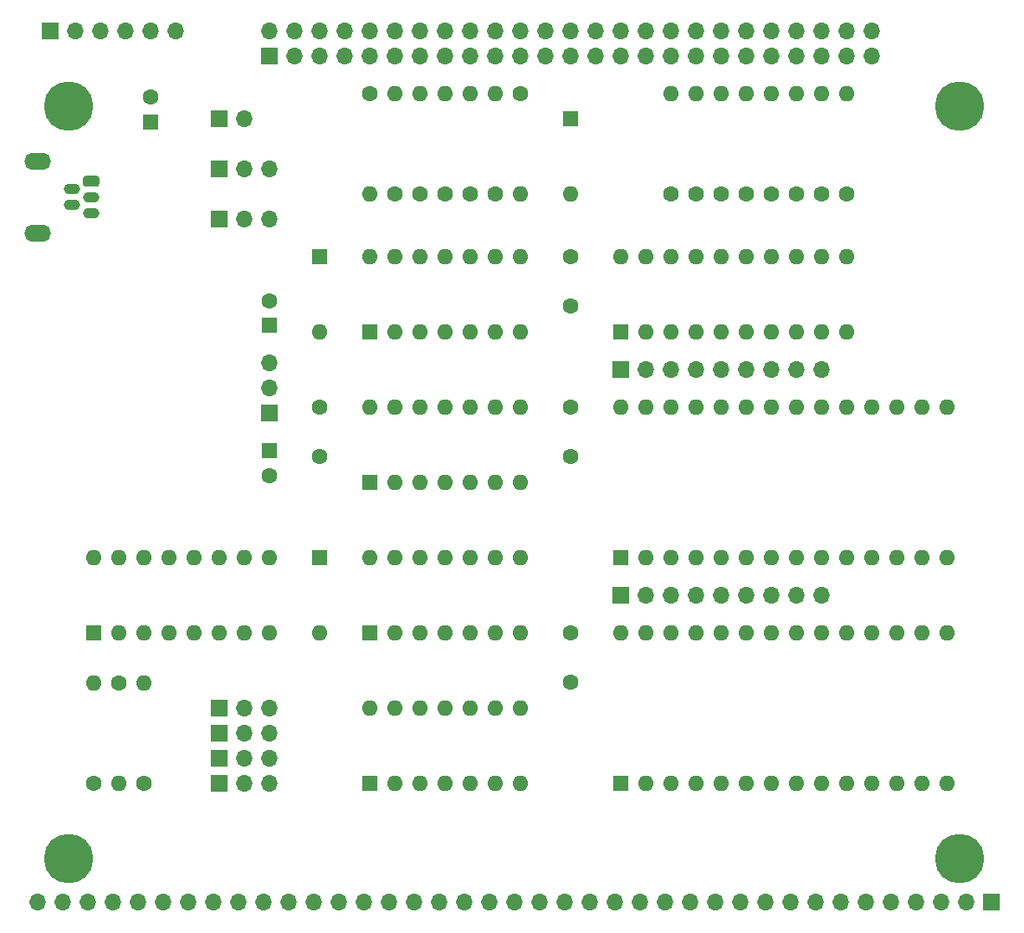
<source format=gbs>
G04 #@! TF.GenerationSoftware,KiCad,Pcbnew,(5.1.12)-1*
G04 #@! TF.CreationDate,2021-12-10T02:29:56-05:00*
G04 #@! TF.ProjectId,1802-Mini-Super-Elf-Bus,31383032-2d4d-4696-9e69-2d5375706572,rev?*
G04 #@! TF.SameCoordinates,Original*
G04 #@! TF.FileFunction,Soldermask,Bot*
G04 #@! TF.FilePolarity,Negative*
%FSLAX46Y46*%
G04 Gerber Fmt 4.6, Leading zero omitted, Abs format (unit mm)*
G04 Created by KiCad (PCBNEW (5.1.12)-1) date 2021-12-10 02:29:56*
%MOMM*%
%LPD*%
G01*
G04 APERTURE LIST*
%ADD10O,1.650000X1.100000*%
%ADD11O,2.700000X1.700000*%
%ADD12O,1.600000X1.600000*%
%ADD13R,1.600000X1.600000*%
%ADD14O,1.700000X1.700000*%
%ADD15R,1.700000X1.700000*%
%ADD16C,1.600000*%
%ADD17C,5.000000*%
G04 APERTURE END LIST*
G36*
G01*
X106205000Y-73300000D02*
X106205000Y-72750000D01*
G75*
G02*
X106480000Y-72475000I275000J0D01*
G01*
X107580000Y-72475000D01*
G75*
G02*
X107855000Y-72750000I0J-275000D01*
G01*
X107855000Y-73300000D01*
G75*
G02*
X107580000Y-73575000I-275000J0D01*
G01*
X106480000Y-73575000D01*
G75*
G02*
X106205000Y-73300000I0J275000D01*
G01*
G37*
D10*
X105130000Y-73825000D03*
X107030000Y-74625000D03*
X105130000Y-75425000D03*
X107030000Y-76225000D03*
D11*
X101630000Y-70975000D03*
X101630000Y-78275000D03*
D12*
X135255000Y-126365000D03*
X150495000Y-133985000D03*
X137795000Y-126365000D03*
X147955000Y-133985000D03*
X140335000Y-126365000D03*
X145415000Y-133985000D03*
X142875000Y-126365000D03*
X142875000Y-133985000D03*
X145415000Y-126365000D03*
X140335000Y-133985000D03*
X147955000Y-126365000D03*
X137795000Y-133985000D03*
X150495000Y-126365000D03*
D13*
X135255000Y-133985000D03*
D12*
X135255000Y-95885000D03*
X150495000Y-103505000D03*
X137795000Y-95885000D03*
X147955000Y-103505000D03*
X140335000Y-95885000D03*
X145415000Y-103505000D03*
X142875000Y-95885000D03*
X142875000Y-103505000D03*
X145415000Y-95885000D03*
X140335000Y-103505000D03*
X147955000Y-95885000D03*
X137795000Y-103505000D03*
X150495000Y-95885000D03*
D13*
X135255000Y-103505000D03*
D14*
X186055000Y-57785000D03*
X186055000Y-60325000D03*
X183515000Y-57785000D03*
X183515000Y-60325000D03*
X180975000Y-57785000D03*
X180975000Y-60325000D03*
X178435000Y-57785000D03*
X178435000Y-60325000D03*
X175895000Y-57785000D03*
X175895000Y-60325000D03*
X173355000Y-57785000D03*
X173355000Y-60325000D03*
X170815000Y-57785000D03*
X170815000Y-60325000D03*
X168275000Y-57785000D03*
X168275000Y-60325000D03*
X165735000Y-57785000D03*
X165735000Y-60325000D03*
X163195000Y-57785000D03*
X163195000Y-60325000D03*
X160655000Y-57785000D03*
X160655000Y-60325000D03*
X158115000Y-57785000D03*
X158115000Y-60325000D03*
X155575000Y-57785000D03*
X155575000Y-60325000D03*
X153035000Y-57785000D03*
X153035000Y-60325000D03*
X150495000Y-57785000D03*
X150495000Y-60325000D03*
X147955000Y-57785000D03*
X147955000Y-60325000D03*
X145415000Y-57785000D03*
X145415000Y-60325000D03*
X142875000Y-57785000D03*
X142875000Y-60325000D03*
X140335000Y-57785000D03*
X140335000Y-60325000D03*
X137795000Y-57785000D03*
X137795000Y-60325000D03*
X135255000Y-57785000D03*
X135255000Y-60325000D03*
X132715000Y-57785000D03*
X132715000Y-60325000D03*
X130175000Y-57785000D03*
X130175000Y-60325000D03*
X127635000Y-57785000D03*
X127635000Y-60325000D03*
X125095000Y-57785000D03*
D15*
X125095000Y-60325000D03*
D14*
X125095000Y-91440000D03*
X125095000Y-93980000D03*
D15*
X125095000Y-96520000D03*
D12*
X107315000Y-111125000D03*
X125095000Y-118745000D03*
X109855000Y-111125000D03*
X122555000Y-118745000D03*
X112395000Y-111125000D03*
X120015000Y-118745000D03*
X114935000Y-111125000D03*
X117475000Y-118745000D03*
X117475000Y-111125000D03*
X114935000Y-118745000D03*
X120015000Y-111125000D03*
X112395000Y-118745000D03*
X122555000Y-111125000D03*
X109855000Y-118745000D03*
X125095000Y-111125000D03*
D13*
X107315000Y-118745000D03*
X160655000Y-111125000D03*
D12*
X193675000Y-95885000D03*
X163195000Y-111125000D03*
X191135000Y-95885000D03*
X165735000Y-111125000D03*
X188595000Y-95885000D03*
X168275000Y-111125000D03*
X186055000Y-95885000D03*
X170815000Y-111125000D03*
X183515000Y-95885000D03*
X173355000Y-111125000D03*
X180975000Y-95885000D03*
X175895000Y-111125000D03*
X178435000Y-95885000D03*
X178435000Y-111125000D03*
X175895000Y-95885000D03*
X180975000Y-111125000D03*
X173355000Y-95885000D03*
X183515000Y-111125000D03*
X170815000Y-95885000D03*
X186055000Y-111125000D03*
X168275000Y-95885000D03*
X188595000Y-111125000D03*
X165735000Y-95885000D03*
X191135000Y-111125000D03*
X163195000Y-95885000D03*
X193675000Y-111125000D03*
X160655000Y-95885000D03*
X135255000Y-80645000D03*
X150495000Y-88265000D03*
X137795000Y-80645000D03*
X147955000Y-88265000D03*
X140335000Y-80645000D03*
X145415000Y-88265000D03*
X142875000Y-80645000D03*
X142875000Y-88265000D03*
X145415000Y-80645000D03*
X140335000Y-88265000D03*
X147955000Y-80645000D03*
X137795000Y-88265000D03*
X150495000Y-80645000D03*
D13*
X135255000Y-88265000D03*
D14*
X125095000Y-76835000D03*
X122555000Y-76835000D03*
D15*
X120015000Y-76835000D03*
X120015000Y-71755000D03*
D14*
X122555000Y-71755000D03*
X125095000Y-71755000D03*
D16*
X113030000Y-64492500D03*
D13*
X113030000Y-66992500D03*
D15*
X102870000Y-57785000D03*
D14*
X105410000Y-57785000D03*
X107950000Y-57785000D03*
X110490000Y-57785000D03*
X113030000Y-57785000D03*
X115570000Y-57785000D03*
X122555000Y-66675000D03*
D15*
X120015000Y-66675000D03*
D12*
X142875000Y-64135000D03*
D16*
X142875000Y-74295000D03*
D12*
X145415000Y-64135000D03*
D16*
X145415000Y-74295000D03*
D12*
X147955000Y-64135000D03*
D16*
X147955000Y-74295000D03*
D12*
X137795000Y-64135000D03*
D16*
X137795000Y-74295000D03*
D12*
X140335000Y-64135000D03*
D16*
X140335000Y-74295000D03*
D12*
X160655000Y-80645000D03*
X183515000Y-88265000D03*
X163195000Y-80645000D03*
X180975000Y-88265000D03*
X165735000Y-80645000D03*
X178435000Y-88265000D03*
X168275000Y-80645000D03*
X175895000Y-88265000D03*
X170815000Y-80645000D03*
X173355000Y-88265000D03*
X173355000Y-80645000D03*
X170815000Y-88265000D03*
X175895000Y-80645000D03*
X168275000Y-88265000D03*
X178435000Y-80645000D03*
X165735000Y-88265000D03*
X180975000Y-80645000D03*
X163195000Y-88265000D03*
X183515000Y-80645000D03*
D13*
X160655000Y-88265000D03*
X135255000Y-118745000D03*
D12*
X150495000Y-111125000D03*
X137795000Y-118745000D03*
X147955000Y-111125000D03*
X140335000Y-118745000D03*
X145415000Y-111125000D03*
X142875000Y-118745000D03*
X142875000Y-111125000D03*
X145415000Y-118745000D03*
X140335000Y-111125000D03*
X147955000Y-118745000D03*
X137795000Y-111125000D03*
X150495000Y-118745000D03*
X135255000Y-111125000D03*
X112395000Y-123825000D03*
D16*
X112395000Y-133985000D03*
D12*
X107315000Y-123825000D03*
D16*
X107315000Y-133985000D03*
D12*
X109855000Y-133985000D03*
D16*
X109855000Y-123825000D03*
D12*
X168275000Y-64135000D03*
D16*
X168275000Y-74295000D03*
D12*
X173355000Y-64135000D03*
D16*
X173355000Y-74295000D03*
D12*
X178435000Y-64135000D03*
D16*
X178435000Y-74295000D03*
D12*
X183515000Y-64135000D03*
D16*
X183515000Y-74295000D03*
D12*
X165735000Y-64135000D03*
D16*
X165735000Y-74295000D03*
D12*
X170815000Y-64135000D03*
D16*
X170815000Y-74295000D03*
D12*
X175895000Y-64135000D03*
D16*
X175895000Y-74295000D03*
D12*
X180975000Y-64135000D03*
D16*
X180975000Y-74295000D03*
D12*
X135255000Y-74295000D03*
D16*
X135255000Y-64135000D03*
D12*
X150495000Y-74295000D03*
D16*
X150495000Y-64135000D03*
D14*
X125095000Y-133985000D03*
X122555000Y-133985000D03*
D15*
X120015000Y-133985000D03*
D14*
X125095000Y-131445000D03*
X122555000Y-131445000D03*
D15*
X120015000Y-131445000D03*
X120015000Y-126365000D03*
D14*
X122555000Y-126365000D03*
X125095000Y-126365000D03*
X125095000Y-128905000D03*
X122555000Y-128905000D03*
D15*
X120015000Y-128905000D03*
D14*
X180975000Y-92075000D03*
X178435000Y-92075000D03*
X175895000Y-92075000D03*
X173355000Y-92075000D03*
X170815000Y-92075000D03*
X168275000Y-92075000D03*
X165735000Y-92075000D03*
X163195000Y-92075000D03*
D15*
X160655000Y-92075000D03*
D14*
X180975000Y-114935000D03*
X178435000Y-114935000D03*
X175895000Y-114935000D03*
X173355000Y-114935000D03*
X170815000Y-114935000D03*
X168275000Y-114935000D03*
X165735000Y-114935000D03*
X163195000Y-114935000D03*
D15*
X160655000Y-114935000D03*
D14*
X101600000Y-146050000D03*
X104140000Y-146050000D03*
X106680000Y-146050000D03*
X109220000Y-146050000D03*
X111760000Y-146050000D03*
X114300000Y-146050000D03*
X116840000Y-146050000D03*
X119380000Y-146050000D03*
X121920000Y-146050000D03*
X124460000Y-146050000D03*
X127000000Y-146050000D03*
X129540000Y-146050000D03*
X132080000Y-146050000D03*
X134620000Y-146050000D03*
X137160000Y-146050000D03*
X139700000Y-146050000D03*
X142240000Y-146050000D03*
X144780000Y-146050000D03*
X147320000Y-146050000D03*
X149860000Y-146050000D03*
X152400000Y-146050000D03*
X154940000Y-146050000D03*
X157480000Y-146050000D03*
X160020000Y-146050000D03*
X162560000Y-146050000D03*
X165100000Y-146050000D03*
X167640000Y-146050000D03*
X170180000Y-146050000D03*
X172720000Y-146050000D03*
X175260000Y-146050000D03*
X177800000Y-146050000D03*
X180340000Y-146050000D03*
X182880000Y-146050000D03*
X185420000Y-146050000D03*
X187960000Y-146050000D03*
X190500000Y-146050000D03*
X193040000Y-146050000D03*
X195580000Y-146050000D03*
D15*
X198120000Y-146050000D03*
D12*
X130175000Y-118745000D03*
D13*
X130175000Y-111125000D03*
D12*
X155575000Y-74295000D03*
D13*
X155575000Y-66675000D03*
D12*
X130175000Y-88265000D03*
D13*
X130175000Y-80645000D03*
D16*
X125095000Y-85130000D03*
D13*
X125095000Y-87630000D03*
D16*
X155575000Y-85645000D03*
X155575000Y-80645000D03*
X130175000Y-100885000D03*
X130175000Y-95885000D03*
X125095000Y-102830000D03*
D13*
X125095000Y-100330000D03*
D16*
X155575000Y-123745000D03*
X155575000Y-118745000D03*
X155575000Y-95885000D03*
X155575000Y-100885000D03*
D12*
X160655000Y-118745000D03*
X193675000Y-133985000D03*
X163195000Y-118745000D03*
X191135000Y-133985000D03*
X165735000Y-118745000D03*
X188595000Y-133985000D03*
X168275000Y-118745000D03*
X186055000Y-133985000D03*
X170815000Y-118745000D03*
X183515000Y-133985000D03*
X173355000Y-118745000D03*
X180975000Y-133985000D03*
X175895000Y-118745000D03*
X178435000Y-133985000D03*
X178435000Y-118745000D03*
X175895000Y-133985000D03*
X180975000Y-118745000D03*
X173355000Y-133985000D03*
X183515000Y-118745000D03*
X170815000Y-133985000D03*
X186055000Y-118745000D03*
X168275000Y-133985000D03*
X188595000Y-118745000D03*
X165735000Y-133985000D03*
X191135000Y-118745000D03*
X163195000Y-133985000D03*
X193675000Y-118745000D03*
D13*
X160655000Y-133985000D03*
D17*
X104775000Y-65405000D03*
X104775000Y-141605000D03*
X194945000Y-65405000D03*
X194945000Y-141605000D03*
M02*

</source>
